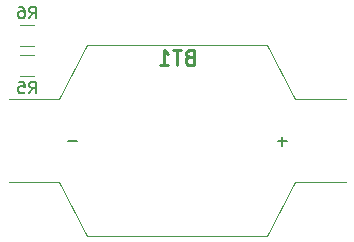
<source format=gbr>
G04 #@! TF.GenerationSoftware,KiCad,Pcbnew,(5.0.1)-4*
G04 #@! TF.CreationDate,2019-08-19T00:57:11-04:00*
G04 #@! TF.ProjectId,KeebCard,4B656562436172642E6B696361645F70,rev?*
G04 #@! TF.SameCoordinates,Original*
G04 #@! TF.FileFunction,Legend,Bot*
G04 #@! TF.FilePolarity,Positive*
%FSLAX46Y46*%
G04 Gerber Fmt 4.6, Leading zero omitted, Abs format (unit mm)*
G04 Created by KiCad (PCBNEW (5.0.1)-4) date 8/19/2019 12:57:11 AM*
%MOMM*%
%LPD*%
G01*
G04 APERTURE LIST*
%ADD10C,0.100000*%
%ADD11C,0.120000*%
%ADD12C,0.254000*%
%ADD13C,0.150000*%
%ADD14C,2.387400*%
%ADD15C,2.686000*%
%ADD16R,3.000000X3.900000*%
%ADD17R,2.100000X2.100000*%
%ADD18O,2.100000X2.100000*%
%ADD19R,1.900000X1.700000*%
%ADD20C,4.200000*%
G04 APERTURE END LIST*
D10*
G04 #@! TO.C,BT1*
X147226000Y-116022000D02*
X142976000Y-116022000D01*
X149606000Y-120572000D02*
X147226000Y-116022000D01*
X164846000Y-120572000D02*
X149606000Y-120572000D01*
X167226000Y-116022000D02*
X164846000Y-120572000D01*
X171476000Y-116022000D02*
X167226000Y-116022000D01*
X147226000Y-109022000D02*
X142976000Y-109022000D01*
X149606000Y-104472000D02*
X147226000Y-109022000D01*
X164846000Y-104472000D02*
X149606000Y-104472000D01*
X167226000Y-109022000D02*
X164846000Y-104472000D01*
X171476000Y-109022000D02*
X167226000Y-109022000D01*
D11*
G04 #@! TO.C,R5*
X145126000Y-105292000D02*
X143926000Y-105292000D01*
X143926000Y-107052000D02*
X145126000Y-107052000D01*
G04 #@! TO.C,R6*
X145126000Y-102752000D02*
X143926000Y-102752000D01*
X143926000Y-104512000D02*
X145126000Y-104512000D01*
G04 #@! TO.C,BT1*
D12*
X158223857Y-105446285D02*
X158042428Y-105506761D01*
X157981952Y-105567238D01*
X157921476Y-105688190D01*
X157921476Y-105869619D01*
X157981952Y-105990571D01*
X158042428Y-106051047D01*
X158163380Y-106111523D01*
X158647190Y-106111523D01*
X158647190Y-104841523D01*
X158223857Y-104841523D01*
X158102904Y-104902000D01*
X158042428Y-104962476D01*
X157981952Y-105083428D01*
X157981952Y-105204380D01*
X158042428Y-105325333D01*
X158102904Y-105385809D01*
X158223857Y-105446285D01*
X158647190Y-105446285D01*
X157558619Y-104841523D02*
X156832904Y-104841523D01*
X157195761Y-106111523D02*
X157195761Y-104841523D01*
X155744333Y-106111523D02*
X156470047Y-106111523D01*
X156107190Y-106111523D02*
X156107190Y-104841523D01*
X156228142Y-105022952D01*
X156349095Y-105143904D01*
X156470047Y-105204380D01*
D13*
X148716952Y-112593428D02*
X147955047Y-112593428D01*
X166496952Y-112593428D02*
X165735047Y-112593428D01*
X166116000Y-112974380D02*
X166116000Y-112212476D01*
G04 #@! TO.C,R5*
X144692666Y-108529380D02*
X145026000Y-108053190D01*
X145264095Y-108529380D02*
X145264095Y-107529380D01*
X144883142Y-107529380D01*
X144787904Y-107577000D01*
X144740285Y-107624619D01*
X144692666Y-107719857D01*
X144692666Y-107862714D01*
X144740285Y-107957952D01*
X144787904Y-108005571D01*
X144883142Y-108053190D01*
X145264095Y-108053190D01*
X143787904Y-107529380D02*
X144264095Y-107529380D01*
X144311714Y-108005571D01*
X144264095Y-107957952D01*
X144168857Y-107910333D01*
X143930761Y-107910333D01*
X143835523Y-107957952D01*
X143787904Y-108005571D01*
X143740285Y-108100809D01*
X143740285Y-108338904D01*
X143787904Y-108434142D01*
X143835523Y-108481761D01*
X143930761Y-108529380D01*
X144168857Y-108529380D01*
X144264095Y-108481761D01*
X144311714Y-108434142D01*
G04 #@! TO.C,R6*
X144692666Y-102179380D02*
X145026000Y-101703190D01*
X145264095Y-102179380D02*
X145264095Y-101179380D01*
X144883142Y-101179380D01*
X144787904Y-101227000D01*
X144740285Y-101274619D01*
X144692666Y-101369857D01*
X144692666Y-101512714D01*
X144740285Y-101607952D01*
X144787904Y-101655571D01*
X144883142Y-101703190D01*
X145264095Y-101703190D01*
X143835523Y-101179380D02*
X144026000Y-101179380D01*
X144121238Y-101227000D01*
X144168857Y-101274619D01*
X144264095Y-101417476D01*
X144311714Y-101607952D01*
X144311714Y-101988904D01*
X144264095Y-102084142D01*
X144216476Y-102131761D01*
X144121238Y-102179380D01*
X143930761Y-102179380D01*
X143835523Y-102131761D01*
X143787904Y-102084142D01*
X143740285Y-101988904D01*
X143740285Y-101750809D01*
X143787904Y-101655571D01*
X143835523Y-101607952D01*
X143930761Y-101560333D01*
X144121238Y-101560333D01*
X144216476Y-101607952D01*
X144264095Y-101655571D01*
X144311714Y-101750809D01*
G04 #@! TD*
%LPC*%
D14*
G04 #@! TO.C,SW2*
X131906000Y-127752000D03*
X136906000Y-129852000D03*
D15*
X134366000Y-129032000D03*
X140716000Y-126492000D03*
G04 #@! TD*
D14*
G04 #@! TO.C,SW3*
X150956000Y-127752000D03*
X155956000Y-129852000D03*
D15*
X153416000Y-129032000D03*
X159766000Y-126492000D03*
G04 #@! TD*
D14*
G04 #@! TO.C,SW1*
X170006000Y-127752000D03*
X175006000Y-129852000D03*
D15*
X172466000Y-129032000D03*
X178816000Y-126492000D03*
G04 #@! TD*
D16*
G04 #@! TO.C,BT1*
X142526000Y-112522000D03*
X171926000Y-112522000D03*
G04 #@! TD*
D17*
G04 #@! TO.C,J1*
X181991000Y-110617000D03*
D18*
X179451000Y-110617000D03*
X181991000Y-108077000D03*
X179451000Y-108077000D03*
X181991000Y-105537000D03*
X179451000Y-105537000D03*
G04 #@! TD*
D19*
G04 #@! TO.C,R5*
X143176000Y-106172000D03*
X145876000Y-106172000D03*
G04 #@! TD*
G04 #@! TO.C,R6*
X143176000Y-103632000D03*
X145876000Y-103632000D03*
G04 #@! TD*
D17*
G04 #@! TO.C,DS1*
X139446000Y-103632000D03*
D18*
X139446000Y-106172000D03*
X139446000Y-108712000D03*
X139446000Y-111252000D03*
G04 #@! TD*
D20*
G04 #@! TO.C,REF\002A\002A*
X183642000Y-101346000D03*
G04 #@! TD*
M02*

</source>
